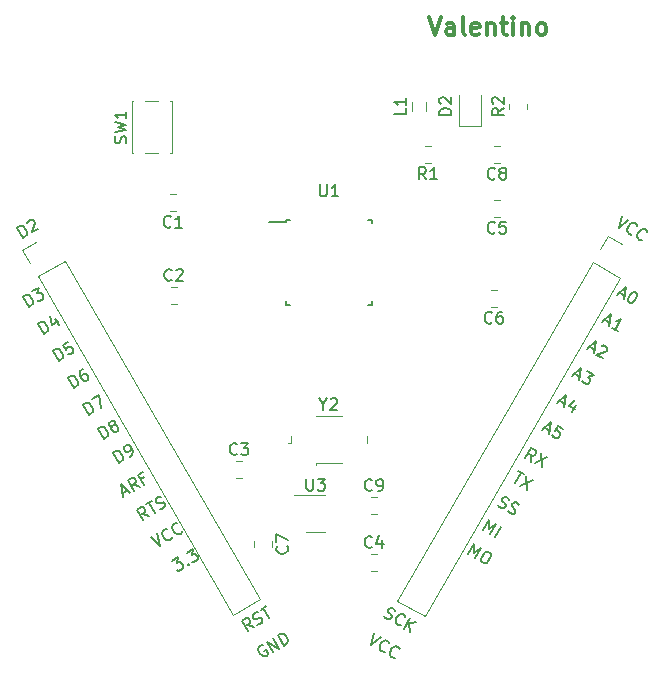
<source format=gto>
%TF.GenerationSoftware,KiCad,Pcbnew,7.0.9*%
%TF.CreationDate,2024-03-20T17:49:37+05:30*%
%TF.ProjectId,Valentino,56616c65-6e74-4696-9e6f-2e6b69636164,v01*%
%TF.SameCoordinates,Original*%
%TF.FileFunction,Legend,Top*%
%TF.FilePolarity,Positive*%
%FSLAX46Y46*%
G04 Gerber Fmt 4.6, Leading zero omitted, Abs format (unit mm)*
G04 Created by KiCad (PCBNEW 7.0.9) date 2024-03-20 17:49:37*
%MOMM*%
%LPD*%
G01*
G04 APERTURE LIST*
%ADD10C,0.200000*%
%ADD11C,0.300000*%
%ADD12C,0.120000*%
%ADD13C,0.150000*%
G04 APERTURE END LIST*
D10*
X156210818Y-119020390D02*
X155999494Y-120053083D01*
X155999494Y-120053083D02*
X156788169Y-119353724D01*
X157119335Y-120589652D02*
X157054286Y-120607081D01*
X157054286Y-120607081D02*
X156906758Y-120576892D01*
X156906758Y-120576892D02*
X156824280Y-120529273D01*
X156824280Y-120529273D02*
X156724371Y-120416605D01*
X156724371Y-120416605D02*
X156689512Y-120286508D01*
X156689512Y-120286508D02*
X156695892Y-120180219D01*
X156695892Y-120180219D02*
X156749890Y-119991453D01*
X156749890Y-119991453D02*
X156821319Y-119867735D01*
X156821319Y-119867735D02*
X156957796Y-119726587D01*
X156957796Y-119726587D02*
X157046655Y-119667918D01*
X157046655Y-119667918D02*
X157176752Y-119633058D01*
X157176752Y-119633058D02*
X157324280Y-119663248D01*
X157324280Y-119663248D02*
X157406758Y-119710867D01*
X157406758Y-119710867D02*
X157506667Y-119823535D01*
X157506667Y-119823535D02*
X157524097Y-119888583D01*
X157985360Y-121089652D02*
X157920311Y-121107081D01*
X157920311Y-121107081D02*
X157772784Y-121076892D01*
X157772784Y-121076892D02*
X157690305Y-121029273D01*
X157690305Y-121029273D02*
X157590397Y-120916605D01*
X157590397Y-120916605D02*
X157555537Y-120786508D01*
X157555537Y-120786508D02*
X157561917Y-120680219D01*
X157561917Y-120680219D02*
X157615916Y-120491453D01*
X157615916Y-120491453D02*
X157687344Y-120367735D01*
X157687344Y-120367735D02*
X157823822Y-120226587D01*
X157823822Y-120226587D02*
X157912680Y-120167918D01*
X157912680Y-120167918D02*
X158042778Y-120133058D01*
X158042778Y-120133058D02*
X158190305Y-120163248D01*
X158190305Y-120163248D02*
X158272784Y-120210867D01*
X158272784Y-120210867D02*
X158372692Y-120323535D01*
X158372692Y-120323535D02*
X158390122Y-120388583D01*
X157087107Y-117606796D02*
X157187015Y-117719463D01*
X157187015Y-117719463D02*
X157393212Y-117838511D01*
X157393212Y-117838511D02*
X157499500Y-117844891D01*
X157499500Y-117844891D02*
X157564548Y-117827461D01*
X157564548Y-117827461D02*
X157653407Y-117768792D01*
X157653407Y-117768792D02*
X157701026Y-117686313D01*
X157701026Y-117686313D02*
X157707406Y-117580025D01*
X157707406Y-117580025D02*
X157689976Y-117514976D01*
X157689976Y-117514976D02*
X157631307Y-117426118D01*
X157631307Y-117426118D02*
X157490159Y-117289641D01*
X157490159Y-117289641D02*
X157431490Y-117200782D01*
X157431490Y-117200782D02*
X157414060Y-117135733D01*
X157414060Y-117135733D02*
X157420440Y-117029445D01*
X157420440Y-117029445D02*
X157468059Y-116946967D01*
X157468059Y-116946967D02*
X157556917Y-116888298D01*
X157556917Y-116888298D02*
X157621966Y-116870868D01*
X157621966Y-116870868D02*
X157728254Y-116877248D01*
X157728254Y-116877248D02*
X157934451Y-116996295D01*
X157934451Y-116996295D02*
X158034359Y-117108963D01*
X158471813Y-118351271D02*
X158406764Y-118368700D01*
X158406764Y-118368700D02*
X158259237Y-118338511D01*
X158259237Y-118338511D02*
X158176758Y-118290892D01*
X158176758Y-118290892D02*
X158076850Y-118178224D01*
X158076850Y-118178224D02*
X158041990Y-118048127D01*
X158041990Y-118048127D02*
X158048370Y-117941838D01*
X158048370Y-117941838D02*
X158102369Y-117753072D01*
X158102369Y-117753072D02*
X158173798Y-117629354D01*
X158173798Y-117629354D02*
X158310275Y-117488206D01*
X158310275Y-117488206D02*
X158399133Y-117429537D01*
X158399133Y-117429537D02*
X158529231Y-117394677D01*
X158529231Y-117394677D02*
X158676758Y-117424867D01*
X158676758Y-117424867D02*
X158759237Y-117472486D01*
X158759237Y-117472486D02*
X158859145Y-117585154D01*
X158859145Y-117585154D02*
X158876575Y-117650202D01*
X158795348Y-118648035D02*
X159295348Y-117782010D01*
X159290220Y-118933749D02*
X159204780Y-118224592D01*
X159790220Y-118067724D02*
X159009634Y-118276881D01*
X164216536Y-112337844D02*
X164716536Y-111471819D01*
X164716536Y-111471819D02*
X164648069Y-112257075D01*
X164648069Y-112257075D02*
X165293887Y-111805152D01*
X165293887Y-111805152D02*
X164793887Y-112671178D01*
X165871237Y-112138486D02*
X166036194Y-112233724D01*
X166036194Y-112233724D02*
X166094863Y-112322582D01*
X166094863Y-112322582D02*
X166129723Y-112452680D01*
X166129723Y-112452680D02*
X166075724Y-112641446D01*
X166075724Y-112641446D02*
X165909057Y-112930122D01*
X165909057Y-112930122D02*
X165772580Y-113071269D01*
X165772580Y-113071269D02*
X165642482Y-113106129D01*
X165642482Y-113106129D02*
X165536194Y-113099749D01*
X165536194Y-113099749D02*
X165371237Y-113004511D01*
X165371237Y-113004511D02*
X165312568Y-112915653D01*
X165312568Y-112915653D02*
X165277708Y-112785555D01*
X165277708Y-112785555D02*
X165331707Y-112596788D01*
X165331707Y-112596788D02*
X165498374Y-112308113D01*
X165498374Y-112308113D02*
X165634851Y-112166965D01*
X165634851Y-112166965D02*
X165764949Y-112132106D01*
X165764949Y-112132106D02*
X165871237Y-112138486D01*
X165486536Y-110305844D02*
X165986536Y-109439819D01*
X165986536Y-109439819D02*
X165918069Y-110225075D01*
X165918069Y-110225075D02*
X166563887Y-109773152D01*
X166563887Y-109773152D02*
X166063887Y-110639178D01*
X166476280Y-110877273D02*
X166976280Y-110011248D01*
X166739107Y-108208796D02*
X166839015Y-108321463D01*
X166839015Y-108321463D02*
X167045212Y-108440511D01*
X167045212Y-108440511D02*
X167151500Y-108446891D01*
X167151500Y-108446891D02*
X167216548Y-108429461D01*
X167216548Y-108429461D02*
X167305407Y-108370792D01*
X167305407Y-108370792D02*
X167353026Y-108288313D01*
X167353026Y-108288313D02*
X167359406Y-108182025D01*
X167359406Y-108182025D02*
X167341976Y-108116976D01*
X167341976Y-108116976D02*
X167283307Y-108028118D01*
X167283307Y-108028118D02*
X167142159Y-107891641D01*
X167142159Y-107891641D02*
X167083490Y-107802782D01*
X167083490Y-107802782D02*
X167066060Y-107737733D01*
X167066060Y-107737733D02*
X167072440Y-107631445D01*
X167072440Y-107631445D02*
X167120059Y-107548967D01*
X167120059Y-107548967D02*
X167208917Y-107490298D01*
X167208917Y-107490298D02*
X167273966Y-107472868D01*
X167273966Y-107472868D02*
X167380254Y-107479248D01*
X167380254Y-107479248D02*
X167586451Y-107598295D01*
X167586451Y-107598295D02*
X167686359Y-107710963D01*
X167563893Y-108684986D02*
X167663801Y-108797654D01*
X167663801Y-108797654D02*
X167869998Y-108916702D01*
X167869998Y-108916702D02*
X167976286Y-108923081D01*
X167976286Y-108923081D02*
X168041335Y-108905652D01*
X168041335Y-108905652D02*
X168130193Y-108846982D01*
X168130193Y-108846982D02*
X168177812Y-108764504D01*
X168177812Y-108764504D02*
X168184192Y-108658216D01*
X168184192Y-108658216D02*
X168166762Y-108593167D01*
X168166762Y-108593167D02*
X168108093Y-108504309D01*
X168108093Y-108504309D02*
X167966945Y-108367831D01*
X167966945Y-108367831D02*
X167908276Y-108278973D01*
X167908276Y-108278973D02*
X167890846Y-108213924D01*
X167890846Y-108213924D02*
X167897226Y-108107636D01*
X167897226Y-108107636D02*
X167944845Y-108025157D01*
X167944845Y-108025157D02*
X168033703Y-107966488D01*
X168033703Y-107966488D02*
X168098752Y-107949058D01*
X168098752Y-107949058D02*
X168205040Y-107955438D01*
X168205040Y-107955438D02*
X168411237Y-108074486D01*
X168411237Y-108074486D02*
X168511145Y-108187154D01*
X168402818Y-105304390D02*
X168897690Y-105590105D01*
X168150254Y-106313273D02*
X168650254Y-105447248D01*
X169103887Y-105709152D02*
X169181237Y-106908511D01*
X169681237Y-106042486D02*
X168603887Y-106575178D01*
X169537408Y-104495559D02*
X169486828Y-103916499D01*
X169042536Y-104209844D02*
X169542536Y-103343819D01*
X169542536Y-103343819D02*
X169872451Y-103534295D01*
X169872451Y-103534295D02*
X169931120Y-103623154D01*
X169931120Y-103623154D02*
X169948550Y-103688202D01*
X169948550Y-103688202D02*
X169942170Y-103794491D01*
X169942170Y-103794491D02*
X169870741Y-103918208D01*
X169870741Y-103918208D02*
X169781883Y-103976878D01*
X169781883Y-103976878D02*
X169716834Y-103994307D01*
X169716834Y-103994307D02*
X169610546Y-103987928D01*
X169610546Y-103987928D02*
X169280632Y-103797451D01*
X170326083Y-103796200D02*
X170403433Y-104995559D01*
X170903433Y-104129533D02*
X169826083Y-104662225D01*
X170668154Y-101652599D02*
X171080547Y-101890694D01*
X170442818Y-101852416D02*
X171231494Y-101153057D01*
X171231494Y-101153057D02*
X171020169Y-102185749D01*
X172221237Y-101724486D02*
X171808844Y-101486391D01*
X171808844Y-101486391D02*
X171529509Y-101874974D01*
X171529509Y-101874974D02*
X171594558Y-101857544D01*
X171594558Y-101857544D02*
X171700846Y-101863924D01*
X171700846Y-101863924D02*
X171907043Y-101982972D01*
X171907043Y-101982972D02*
X171965712Y-102071830D01*
X171965712Y-102071830D02*
X171983142Y-102136879D01*
X171983142Y-102136879D02*
X171976762Y-102243167D01*
X171976762Y-102243167D02*
X171857714Y-102449363D01*
X171857714Y-102449363D02*
X171768856Y-102508033D01*
X171768856Y-102508033D02*
X171703807Y-102525462D01*
X171703807Y-102525462D02*
X171597519Y-102519083D01*
X171597519Y-102519083D02*
X171391323Y-102400035D01*
X171391323Y-102400035D02*
X171332654Y-102311177D01*
X171332654Y-102311177D02*
X171315224Y-102246128D01*
X171938154Y-99366599D02*
X172350547Y-99604694D01*
X171712818Y-99566416D02*
X172501494Y-98867057D01*
X172501494Y-98867057D02*
X172290169Y-99899749D01*
X173283331Y-99703351D02*
X172949998Y-100280702D01*
X173267611Y-99254389D02*
X172704271Y-99753931D01*
X172704271Y-99753931D02*
X173240382Y-100063455D01*
X173208154Y-97080599D02*
X173620547Y-97318694D01*
X172982818Y-97280416D02*
X173771494Y-96581057D01*
X173771494Y-96581057D02*
X173560169Y-97613749D01*
X174266365Y-96866771D02*
X174802476Y-97176295D01*
X174802476Y-97176295D02*
X174323325Y-97339543D01*
X174323325Y-97339543D02*
X174447043Y-97410972D01*
X174447043Y-97410972D02*
X174505712Y-97499830D01*
X174505712Y-97499830D02*
X174523142Y-97564879D01*
X174523142Y-97564879D02*
X174516762Y-97671167D01*
X174516762Y-97671167D02*
X174397714Y-97877363D01*
X174397714Y-97877363D02*
X174308856Y-97936033D01*
X174308856Y-97936033D02*
X174243807Y-97953462D01*
X174243807Y-97953462D02*
X174137519Y-97947083D01*
X174137519Y-97947083D02*
X173890083Y-97804225D01*
X173890083Y-97804225D02*
X173831414Y-97715367D01*
X173831414Y-97715367D02*
X173813984Y-97650318D01*
X174478154Y-94794599D02*
X174890547Y-95032694D01*
X174252818Y-94994416D02*
X175041494Y-94295057D01*
X175041494Y-94295057D02*
X174830169Y-95327749D01*
X175529986Y-94687060D02*
X175595034Y-94669630D01*
X175595034Y-94669630D02*
X175701323Y-94676010D01*
X175701323Y-94676010D02*
X175907519Y-94795057D01*
X175907519Y-94795057D02*
X175966188Y-94883916D01*
X175966188Y-94883916D02*
X175983618Y-94948964D01*
X175983618Y-94948964D02*
X175977238Y-95055253D01*
X175977238Y-95055253D02*
X175929619Y-95137731D01*
X175929619Y-95137731D02*
X175816951Y-95237640D01*
X175816951Y-95237640D02*
X175036365Y-95446797D01*
X175036365Y-95446797D02*
X175572476Y-95756321D01*
X175748154Y-92508599D02*
X176160547Y-92746694D01*
X175522818Y-92708416D02*
X176311494Y-92009057D01*
X176311494Y-92009057D02*
X176100169Y-93041749D01*
X176842476Y-93470321D02*
X176347605Y-93184606D01*
X176595041Y-93327464D02*
X177095041Y-92461438D01*
X177095041Y-92461438D02*
X176941133Y-92537537D01*
X176941133Y-92537537D02*
X176811036Y-92572397D01*
X176811036Y-92572397D02*
X176704748Y-92566017D01*
X177018154Y-90222599D02*
X177430547Y-90460694D01*
X176792818Y-90422416D02*
X177581494Y-89723057D01*
X177581494Y-89723057D02*
X177370169Y-90755749D01*
X178323801Y-90151629D02*
X178406280Y-90199248D01*
X178406280Y-90199248D02*
X178464949Y-90288106D01*
X178464949Y-90288106D02*
X178482379Y-90353155D01*
X178482379Y-90353155D02*
X178475999Y-90459443D01*
X178475999Y-90459443D02*
X178422000Y-90648210D01*
X178422000Y-90648210D02*
X178302953Y-90854406D01*
X178302953Y-90854406D02*
X178166475Y-90995554D01*
X178166475Y-90995554D02*
X178077617Y-91054223D01*
X178077617Y-91054223D02*
X178012568Y-91071653D01*
X178012568Y-91071653D02*
X177906280Y-91065273D01*
X177906280Y-91065273D02*
X177823801Y-91017654D01*
X177823801Y-91017654D02*
X177765132Y-90928796D01*
X177765132Y-90928796D02*
X177747702Y-90863747D01*
X177747702Y-90863747D02*
X177754082Y-90757459D01*
X177754082Y-90757459D02*
X177808081Y-90568692D01*
X177808081Y-90568692D02*
X177927129Y-90362495D01*
X177927129Y-90362495D02*
X178063606Y-90221348D01*
X178063606Y-90221348D02*
X178152464Y-90162679D01*
X178152464Y-90162679D02*
X178217513Y-90145249D01*
X178217513Y-90145249D02*
X178323801Y-90151629D01*
X129539755Y-95966171D02*
X129039755Y-95100146D01*
X129039755Y-95100146D02*
X129245952Y-94981098D01*
X129245952Y-94981098D02*
X129393479Y-94950909D01*
X129393479Y-94950909D02*
X129523577Y-94985768D01*
X129523577Y-94985768D02*
X129612435Y-95044438D01*
X129612435Y-95044438D02*
X129748913Y-95185585D01*
X129748913Y-95185585D02*
X129820341Y-95309303D01*
X129820341Y-95309303D02*
X129874340Y-95498070D01*
X129874340Y-95498070D02*
X129880720Y-95604358D01*
X129880720Y-95604358D02*
X129845860Y-95734456D01*
X129845860Y-95734456D02*
X129745952Y-95847124D01*
X129745952Y-95847124D02*
X129539755Y-95966171D01*
X130318174Y-94362051D02*
X129905781Y-94600146D01*
X129905781Y-94600146D02*
X130102637Y-95036348D01*
X130102637Y-95036348D02*
X130120067Y-94971300D01*
X130120067Y-94971300D02*
X130178736Y-94882441D01*
X130178736Y-94882441D02*
X130384932Y-94763394D01*
X130384932Y-94763394D02*
X130491220Y-94757014D01*
X130491220Y-94757014D02*
X130556269Y-94774444D01*
X130556269Y-94774444D02*
X130645127Y-94833113D01*
X130645127Y-94833113D02*
X130764175Y-95039309D01*
X130764175Y-95039309D02*
X130770555Y-95145597D01*
X130770555Y-95145597D02*
X130753125Y-95210646D01*
X130753125Y-95210646D02*
X130694456Y-95299505D01*
X130694456Y-95299505D02*
X130488259Y-95418552D01*
X130488259Y-95418552D02*
X130381971Y-95424932D01*
X130381971Y-95424932D02*
X130316922Y-95407502D01*
X139117277Y-112927765D02*
X139653388Y-112618241D01*
X139653388Y-112618241D02*
X139555189Y-113114822D01*
X139555189Y-113114822D02*
X139678907Y-113043394D01*
X139678907Y-113043394D02*
X139785195Y-113037014D01*
X139785195Y-113037014D02*
X139850244Y-113054444D01*
X139850244Y-113054444D02*
X139939102Y-113113113D01*
X139939102Y-113113113D02*
X140058150Y-113319309D01*
X140058150Y-113319309D02*
X140064529Y-113425597D01*
X140064529Y-113425597D02*
X140047100Y-113490646D01*
X140047100Y-113490646D02*
X139988431Y-113579505D01*
X139988431Y-113579505D02*
X139740995Y-113722362D01*
X139740995Y-113722362D02*
X139634707Y-113728741D01*
X139634707Y-113728741D02*
X139569658Y-113711312D01*
X140476923Y-113187502D02*
X140541971Y-113204932D01*
X140541971Y-113204932D02*
X140524542Y-113269981D01*
X140524542Y-113269981D02*
X140459493Y-113252551D01*
X140459493Y-113252551D02*
X140476923Y-113187502D01*
X140476923Y-113187502D02*
X140524542Y-113269981D01*
X140354456Y-112213479D02*
X140890567Y-111903956D01*
X140890567Y-111903956D02*
X140792368Y-112400537D01*
X140792368Y-112400537D02*
X140916086Y-112329108D01*
X140916086Y-112329108D02*
X141022374Y-112322728D01*
X141022374Y-112322728D02*
X141087423Y-112340158D01*
X141087423Y-112340158D02*
X141176281Y-112398827D01*
X141176281Y-112398827D02*
X141295328Y-112605024D01*
X141295328Y-112605024D02*
X141301708Y-112711312D01*
X141301708Y-112711312D02*
X141284278Y-112776361D01*
X141284278Y-112776361D02*
X141225609Y-112865219D01*
X141225609Y-112865219D02*
X140978174Y-113008076D01*
X140978174Y-113008076D02*
X140871885Y-113014456D01*
X140871885Y-113014456D02*
X140806837Y-112997026D01*
X137298038Y-110919574D02*
X138086713Y-111618933D01*
X138086713Y-111618933D02*
X137875388Y-110586241D01*
X139111316Y-110917407D02*
X139093886Y-110982456D01*
X139093886Y-110982456D02*
X138993977Y-111095124D01*
X138993977Y-111095124D02*
X138911499Y-111142743D01*
X138911499Y-111142743D02*
X138763971Y-111172932D01*
X138763971Y-111172932D02*
X138633874Y-111138072D01*
X138633874Y-111138072D02*
X138545015Y-111079403D01*
X138545015Y-111079403D02*
X138408538Y-110938255D01*
X138408538Y-110938255D02*
X138337109Y-110814538D01*
X138337109Y-110814538D02*
X138283111Y-110625771D01*
X138283111Y-110625771D02*
X138276731Y-110519483D01*
X138276731Y-110519483D02*
X138311590Y-110389385D01*
X138311590Y-110389385D02*
X138411499Y-110276717D01*
X138411499Y-110276717D02*
X138493977Y-110229098D01*
X138493977Y-110229098D02*
X138641505Y-110198909D01*
X138641505Y-110198909D02*
X138706554Y-110216339D01*
X139977341Y-110417407D02*
X139959911Y-110482456D01*
X139959911Y-110482456D02*
X139860003Y-110595124D01*
X139860003Y-110595124D02*
X139777524Y-110642743D01*
X139777524Y-110642743D02*
X139629997Y-110672932D01*
X139629997Y-110672932D02*
X139499899Y-110638072D01*
X139499899Y-110638072D02*
X139411041Y-110579403D01*
X139411041Y-110579403D02*
X139274563Y-110438255D01*
X139274563Y-110438255D02*
X139203135Y-110314538D01*
X139203135Y-110314538D02*
X139149136Y-110125771D01*
X139149136Y-110125771D02*
X139142756Y-110019483D01*
X139142756Y-110019483D02*
X139177616Y-109889385D01*
X139177616Y-109889385D02*
X139277524Y-109776717D01*
X139277524Y-109776717D02*
X139360003Y-109729098D01*
X139360003Y-109729098D02*
X139507530Y-109698909D01*
X139507530Y-109698909D02*
X139572579Y-109716339D01*
X126999755Y-91394171D02*
X126499755Y-90528146D01*
X126499755Y-90528146D02*
X126705952Y-90409098D01*
X126705952Y-90409098D02*
X126853479Y-90378909D01*
X126853479Y-90378909D02*
X126983577Y-90413768D01*
X126983577Y-90413768D02*
X127072435Y-90472438D01*
X127072435Y-90472438D02*
X127208913Y-90613585D01*
X127208913Y-90613585D02*
X127280341Y-90737303D01*
X127280341Y-90737303D02*
X127334340Y-90926070D01*
X127334340Y-90926070D02*
X127340720Y-91032358D01*
X127340720Y-91032358D02*
X127305860Y-91162456D01*
X127305860Y-91162456D02*
X127205952Y-91275124D01*
X127205952Y-91275124D02*
X126999755Y-91394171D01*
X127283302Y-90075765D02*
X127819413Y-89766241D01*
X127819413Y-89766241D02*
X127721214Y-90262822D01*
X127721214Y-90262822D02*
X127844932Y-90191394D01*
X127844932Y-90191394D02*
X127951220Y-90185014D01*
X127951220Y-90185014D02*
X128016269Y-90202444D01*
X128016269Y-90202444D02*
X128105127Y-90261113D01*
X128105127Y-90261113D02*
X128224175Y-90467309D01*
X128224175Y-90467309D02*
X128230555Y-90573597D01*
X128230555Y-90573597D02*
X128213125Y-90638646D01*
X128213125Y-90638646D02*
X128154456Y-90727505D01*
X128154456Y-90727505D02*
X127907020Y-90870362D01*
X127907020Y-90870362D02*
X127800732Y-90876741D01*
X127800732Y-90876741D02*
X127735683Y-90859312D01*
X146036627Y-118540457D02*
X145509857Y-118294731D01*
X145541755Y-118826171D02*
X145041755Y-117960146D01*
X145041755Y-117960146D02*
X145371670Y-117769670D01*
X145371670Y-117769670D02*
X145477958Y-117763290D01*
X145477958Y-117763290D02*
X145543007Y-117780720D01*
X145543007Y-117780720D02*
X145631865Y-117839389D01*
X145631865Y-117839389D02*
X145703294Y-117963107D01*
X145703294Y-117963107D02*
X145709674Y-118069395D01*
X145709674Y-118069395D02*
X145692244Y-118134444D01*
X145692244Y-118134444D02*
X145633575Y-118223302D01*
X145633575Y-118223302D02*
X145303660Y-118413778D01*
X146342732Y-118308741D02*
X146490259Y-118278552D01*
X146490259Y-118278552D02*
X146696456Y-118159505D01*
X146696456Y-118159505D02*
X146755125Y-118070646D01*
X146755125Y-118070646D02*
X146772555Y-118005597D01*
X146772555Y-118005597D02*
X146766175Y-117899309D01*
X146766175Y-117899309D02*
X146718556Y-117816831D01*
X146718556Y-117816831D02*
X146629698Y-117758162D01*
X146629698Y-117758162D02*
X146564649Y-117740732D01*
X146564649Y-117740732D02*
X146458361Y-117747111D01*
X146458361Y-117747111D02*
X146269594Y-117801110D01*
X146269594Y-117801110D02*
X146163306Y-117807490D01*
X146163306Y-117807490D02*
X146098257Y-117790060D01*
X146098257Y-117790060D02*
X146009399Y-117731391D01*
X146009399Y-117731391D02*
X145961780Y-117648913D01*
X145961780Y-117648913D02*
X145955400Y-117542624D01*
X145955400Y-117542624D02*
X145972830Y-117477576D01*
X145972830Y-117477576D02*
X146031499Y-117388717D01*
X146031499Y-117388717D02*
X146237695Y-117269670D01*
X146237695Y-117269670D02*
X146385223Y-117239480D01*
X146608849Y-117055384D02*
X147103721Y-116769670D01*
X147356285Y-117778552D02*
X146856285Y-116912527D01*
X130809755Y-98252171D02*
X130309755Y-97386146D01*
X130309755Y-97386146D02*
X130515952Y-97267098D01*
X130515952Y-97267098D02*
X130663479Y-97236909D01*
X130663479Y-97236909D02*
X130793577Y-97271768D01*
X130793577Y-97271768D02*
X130882435Y-97330438D01*
X130882435Y-97330438D02*
X131018913Y-97471585D01*
X131018913Y-97471585D02*
X131090341Y-97595303D01*
X131090341Y-97595303D02*
X131144340Y-97784070D01*
X131144340Y-97784070D02*
X131150720Y-97890358D01*
X131150720Y-97890358D02*
X131115860Y-98020456D01*
X131115860Y-98020456D02*
X131015952Y-98133124D01*
X131015952Y-98133124D02*
X130809755Y-98252171D01*
X131546935Y-96671860D02*
X131381977Y-96767098D01*
X131381977Y-96767098D02*
X131323308Y-96855957D01*
X131323308Y-96855957D02*
X131305879Y-96921005D01*
X131305879Y-96921005D02*
X131294828Y-97092342D01*
X131294828Y-97092342D02*
X131348827Y-97281109D01*
X131348827Y-97281109D02*
X131539303Y-97611024D01*
X131539303Y-97611024D02*
X131628162Y-97669693D01*
X131628162Y-97669693D02*
X131693211Y-97687122D01*
X131693211Y-97687122D02*
X131799499Y-97680743D01*
X131799499Y-97680743D02*
X131964456Y-97585505D01*
X131964456Y-97585505D02*
X132023125Y-97496646D01*
X132023125Y-97496646D02*
X132040555Y-97431597D01*
X132040555Y-97431597D02*
X132034175Y-97325309D01*
X132034175Y-97325309D02*
X131915127Y-97119113D01*
X131915127Y-97119113D02*
X131826269Y-97060444D01*
X131826269Y-97060444D02*
X131761220Y-97043014D01*
X131761220Y-97043014D02*
X131654932Y-97049394D01*
X131654932Y-97049394D02*
X131489975Y-97144632D01*
X131489975Y-97144632D02*
X131431306Y-97233490D01*
X131431306Y-97233490D02*
X131413876Y-97298539D01*
X131413876Y-97298539D02*
X131420256Y-97404827D01*
X126491755Y-85552171D02*
X125991755Y-84686146D01*
X125991755Y-84686146D02*
X126197952Y-84567098D01*
X126197952Y-84567098D02*
X126345479Y-84536909D01*
X126345479Y-84536909D02*
X126475577Y-84571768D01*
X126475577Y-84571768D02*
X126564435Y-84630438D01*
X126564435Y-84630438D02*
X126700913Y-84771585D01*
X126700913Y-84771585D02*
X126772341Y-84895303D01*
X126772341Y-84895303D02*
X126826340Y-85084070D01*
X126826340Y-85084070D02*
X126832720Y-85190358D01*
X126832720Y-85190358D02*
X126797860Y-85320456D01*
X126797860Y-85320456D02*
X126697952Y-85433124D01*
X126697952Y-85433124D02*
X126491755Y-85552171D01*
X126864161Y-84292434D02*
X126881590Y-84227385D01*
X126881590Y-84227385D02*
X126940259Y-84138527D01*
X126940259Y-84138527D02*
X127146456Y-84019479D01*
X127146456Y-84019479D02*
X127252744Y-84013099D01*
X127252744Y-84013099D02*
X127317793Y-84030529D01*
X127317793Y-84030529D02*
X127406651Y-84089198D01*
X127406651Y-84089198D02*
X127454270Y-84171677D01*
X127454270Y-84171677D02*
X127484460Y-84319204D01*
X127484460Y-84319204D02*
X127275302Y-85099790D01*
X127275302Y-85099790D02*
X127811413Y-84790266D01*
X133349755Y-102570171D02*
X132849755Y-101704146D01*
X132849755Y-101704146D02*
X133055952Y-101585098D01*
X133055952Y-101585098D02*
X133203479Y-101554909D01*
X133203479Y-101554909D02*
X133333577Y-101589768D01*
X133333577Y-101589768D02*
X133422435Y-101648438D01*
X133422435Y-101648438D02*
X133558913Y-101789585D01*
X133558913Y-101789585D02*
X133630341Y-101913303D01*
X133630341Y-101913303D02*
X133684340Y-102102070D01*
X133684340Y-102102070D02*
X133690720Y-102208358D01*
X133690720Y-102208358D02*
X133655860Y-102338456D01*
X133655860Y-102338456D02*
X133555952Y-102451124D01*
X133555952Y-102451124D02*
X133349755Y-102570171D01*
X134053784Y-101503871D02*
X133947496Y-101510251D01*
X133947496Y-101510251D02*
X133882448Y-101492821D01*
X133882448Y-101492821D02*
X133793589Y-101434152D01*
X133793589Y-101434152D02*
X133769780Y-101392913D01*
X133769780Y-101392913D02*
X133763400Y-101286624D01*
X133763400Y-101286624D02*
X133780830Y-101221576D01*
X133780830Y-101221576D02*
X133839499Y-101132717D01*
X133839499Y-101132717D02*
X134004456Y-101037479D01*
X134004456Y-101037479D02*
X134110744Y-101031099D01*
X134110744Y-101031099D02*
X134175793Y-101048529D01*
X134175793Y-101048529D02*
X134264651Y-101107198D01*
X134264651Y-101107198D02*
X134288461Y-101148438D01*
X134288461Y-101148438D02*
X134294841Y-101254726D01*
X134294841Y-101254726D02*
X134277411Y-101319775D01*
X134277411Y-101319775D02*
X134218742Y-101408633D01*
X134218742Y-101408633D02*
X134053784Y-101503871D01*
X134053784Y-101503871D02*
X133995115Y-101592729D01*
X133995115Y-101592729D02*
X133977686Y-101657778D01*
X133977686Y-101657778D02*
X133984065Y-101764066D01*
X133984065Y-101764066D02*
X134079303Y-101929024D01*
X134079303Y-101929024D02*
X134168162Y-101987693D01*
X134168162Y-101987693D02*
X134233211Y-102005122D01*
X134233211Y-102005122D02*
X134339499Y-101998743D01*
X134339499Y-101998743D02*
X134504456Y-101903505D01*
X134504456Y-101903505D02*
X134563125Y-101814646D01*
X134563125Y-101814646D02*
X134580555Y-101749597D01*
X134580555Y-101749597D02*
X134574175Y-101643309D01*
X134574175Y-101643309D02*
X134478937Y-101478352D01*
X134478937Y-101478352D02*
X134390079Y-101419683D01*
X134390079Y-101419683D02*
X134325030Y-101402253D01*
X134325030Y-101402253D02*
X134218742Y-101408633D01*
X146789197Y-120025480D02*
X146682909Y-120031860D01*
X146682909Y-120031860D02*
X146559191Y-120103289D01*
X146559191Y-120103289D02*
X146459283Y-120215957D01*
X146459283Y-120215957D02*
X146424423Y-120346054D01*
X146424423Y-120346054D02*
X146430803Y-120452342D01*
X146430803Y-120452342D02*
X146484802Y-120641109D01*
X146484802Y-120641109D02*
X146556230Y-120764827D01*
X146556230Y-120764827D02*
X146692708Y-120905975D01*
X146692708Y-120905975D02*
X146781566Y-120964644D01*
X146781566Y-120964644D02*
X146911664Y-120999503D01*
X146911664Y-120999503D02*
X147059191Y-120969314D01*
X147059191Y-120969314D02*
X147141670Y-120921695D01*
X147141670Y-120921695D02*
X147241578Y-120809027D01*
X147241578Y-120809027D02*
X147259008Y-120743978D01*
X147259008Y-120743978D02*
X147092341Y-120455303D01*
X147092341Y-120455303D02*
X146927384Y-120550541D01*
X147677781Y-120612171D02*
X147177781Y-119746146D01*
X147177781Y-119746146D02*
X148172653Y-120326457D01*
X148172653Y-120326457D02*
X147672653Y-119460432D01*
X148585046Y-120088362D02*
X148085046Y-119222336D01*
X148085046Y-119222336D02*
X148291242Y-119103289D01*
X148291242Y-119103289D02*
X148438769Y-119073099D01*
X148438769Y-119073099D02*
X148568867Y-119107959D01*
X148568867Y-119107959D02*
X148657725Y-119166628D01*
X148657725Y-119166628D02*
X148794203Y-119307776D01*
X148794203Y-119307776D02*
X148865631Y-119431494D01*
X148865631Y-119431494D02*
X148919630Y-119620260D01*
X148919630Y-119620260D02*
X148926010Y-119726549D01*
X148926010Y-119726549D02*
X148891150Y-119856646D01*
X148891150Y-119856646D02*
X148791242Y-119969314D01*
X148791242Y-119969314D02*
X148585046Y-120088362D01*
X132079755Y-100538171D02*
X131579755Y-99672146D01*
X131579755Y-99672146D02*
X131785952Y-99553098D01*
X131785952Y-99553098D02*
X131933479Y-99522909D01*
X131933479Y-99522909D02*
X132063577Y-99557768D01*
X132063577Y-99557768D02*
X132152435Y-99616438D01*
X132152435Y-99616438D02*
X132288913Y-99757585D01*
X132288913Y-99757585D02*
X132360341Y-99881303D01*
X132360341Y-99881303D02*
X132414340Y-100070070D01*
X132414340Y-100070070D02*
X132420720Y-100176358D01*
X132420720Y-100176358D02*
X132385860Y-100306456D01*
X132385860Y-100306456D02*
X132285952Y-100419124D01*
X132285952Y-100419124D02*
X132079755Y-100538171D01*
X132363302Y-99219765D02*
X132940653Y-98886432D01*
X132940653Y-98886432D02*
X133069499Y-99966743D01*
X137146627Y-109142457D02*
X136619857Y-108896731D01*
X136651755Y-109428171D02*
X136151755Y-108562146D01*
X136151755Y-108562146D02*
X136481670Y-108371670D01*
X136481670Y-108371670D02*
X136587958Y-108365290D01*
X136587958Y-108365290D02*
X136653007Y-108382720D01*
X136653007Y-108382720D02*
X136741865Y-108441389D01*
X136741865Y-108441389D02*
X136813294Y-108565107D01*
X136813294Y-108565107D02*
X136819674Y-108671395D01*
X136819674Y-108671395D02*
X136802244Y-108736444D01*
X136802244Y-108736444D02*
X136743575Y-108825302D01*
X136743575Y-108825302D02*
X136413660Y-109015778D01*
X136894063Y-108133574D02*
X137388935Y-107847860D01*
X137641499Y-108856743D02*
X137141499Y-107990717D01*
X138112561Y-108529789D02*
X138260089Y-108499600D01*
X138260089Y-108499600D02*
X138466285Y-108380552D01*
X138466285Y-108380552D02*
X138524954Y-108291694D01*
X138524954Y-108291694D02*
X138542384Y-108226645D01*
X138542384Y-108226645D02*
X138536004Y-108120357D01*
X138536004Y-108120357D02*
X138488385Y-108037878D01*
X138488385Y-108037878D02*
X138399527Y-107979209D01*
X138399527Y-107979209D02*
X138334478Y-107961779D01*
X138334478Y-107961779D02*
X138228190Y-107968159D01*
X138228190Y-107968159D02*
X138039423Y-108022158D01*
X138039423Y-108022158D02*
X137933135Y-108028538D01*
X137933135Y-108028538D02*
X137868086Y-108011108D01*
X137868086Y-108011108D02*
X137779228Y-107952439D01*
X137779228Y-107952439D02*
X137731609Y-107869960D01*
X137731609Y-107869960D02*
X137725229Y-107763672D01*
X137725229Y-107763672D02*
X137742659Y-107698623D01*
X137742659Y-107698623D02*
X137801328Y-107609765D01*
X137801328Y-107609765D02*
X138007524Y-107490717D01*
X138007524Y-107490717D02*
X138155052Y-107460528D01*
X134943659Y-107172545D02*
X135356052Y-106934450D01*
X135004038Y-107467600D02*
X134792713Y-106434908D01*
X134792713Y-106434908D02*
X135581388Y-107134266D01*
X136364935Y-106681885D02*
X135838164Y-106436159D01*
X135870063Y-106967600D02*
X135370063Y-106101574D01*
X135370063Y-106101574D02*
X135699977Y-105911098D01*
X135699977Y-105911098D02*
X135806266Y-105904718D01*
X135806266Y-105904718D02*
X135871314Y-105922148D01*
X135871314Y-105922148D02*
X135960173Y-105980817D01*
X135960173Y-105980817D02*
X136031601Y-106104535D01*
X136031601Y-106104535D02*
X136037981Y-106210823D01*
X136037981Y-106210823D02*
X136020551Y-106275872D01*
X136020551Y-106275872D02*
X135961882Y-106364730D01*
X135961882Y-106364730D02*
X135631968Y-106555207D01*
X136762859Y-105847301D02*
X136474184Y-106013967D01*
X136736088Y-106467600D02*
X136236088Y-105601574D01*
X136236088Y-105601574D02*
X136648482Y-105363479D01*
X134619755Y-104602171D02*
X134119755Y-103736146D01*
X134119755Y-103736146D02*
X134325952Y-103617098D01*
X134325952Y-103617098D02*
X134473479Y-103586909D01*
X134473479Y-103586909D02*
X134603577Y-103621768D01*
X134603577Y-103621768D02*
X134692435Y-103680438D01*
X134692435Y-103680438D02*
X134828913Y-103821585D01*
X134828913Y-103821585D02*
X134900341Y-103945303D01*
X134900341Y-103945303D02*
X134954340Y-104134070D01*
X134954340Y-104134070D02*
X134960720Y-104240358D01*
X134960720Y-104240358D02*
X134925860Y-104370456D01*
X134925860Y-104370456D02*
X134825952Y-104483124D01*
X134825952Y-104483124D02*
X134619755Y-104602171D01*
X135527020Y-104078362D02*
X135691977Y-103983124D01*
X135691977Y-103983124D02*
X135750646Y-103894265D01*
X135750646Y-103894265D02*
X135768076Y-103829216D01*
X135768076Y-103829216D02*
X135779126Y-103657879D01*
X135779126Y-103657879D02*
X135725127Y-103469113D01*
X135725127Y-103469113D02*
X135534651Y-103139198D01*
X135534651Y-103139198D02*
X135445793Y-103080529D01*
X135445793Y-103080529D02*
X135380744Y-103063099D01*
X135380744Y-103063099D02*
X135274456Y-103069479D01*
X135274456Y-103069479D02*
X135109499Y-103164717D01*
X135109499Y-103164717D02*
X135050830Y-103253576D01*
X135050830Y-103253576D02*
X135033400Y-103318624D01*
X135033400Y-103318624D02*
X135039780Y-103424913D01*
X135039780Y-103424913D02*
X135158827Y-103631109D01*
X135158827Y-103631109D02*
X135247686Y-103689778D01*
X135247686Y-103689778D02*
X135312734Y-103707208D01*
X135312734Y-103707208D02*
X135419023Y-103700828D01*
X135419023Y-103700828D02*
X135583980Y-103605590D01*
X135583980Y-103605590D02*
X135642649Y-103516732D01*
X135642649Y-103516732D02*
X135660079Y-103451683D01*
X135660079Y-103451683D02*
X135653699Y-103345395D01*
X128269755Y-93680171D02*
X127769755Y-92814146D01*
X127769755Y-92814146D02*
X127975952Y-92695098D01*
X127975952Y-92695098D02*
X128123479Y-92664909D01*
X128123479Y-92664909D02*
X128253577Y-92699768D01*
X128253577Y-92699768D02*
X128342435Y-92758438D01*
X128342435Y-92758438D02*
X128478913Y-92899585D01*
X128478913Y-92899585D02*
X128550341Y-93023303D01*
X128550341Y-93023303D02*
X128604340Y-93212070D01*
X128604340Y-93212070D02*
X128610720Y-93318358D01*
X128610720Y-93318358D02*
X128575860Y-93448456D01*
X128575860Y-93448456D02*
X128475952Y-93561124D01*
X128475952Y-93561124D02*
X128269755Y-93680171D01*
X129173601Y-92388535D02*
X129506935Y-92965885D01*
X128776929Y-92177668D02*
X128927875Y-92915306D01*
X128927875Y-92915306D02*
X129463986Y-92605782D01*
D11*
X160868225Y-66880828D02*
X161368225Y-68380828D01*
X161368225Y-68380828D02*
X161868225Y-66880828D01*
X163011082Y-68380828D02*
X163011082Y-67595114D01*
X163011082Y-67595114D02*
X162939653Y-67452257D01*
X162939653Y-67452257D02*
X162796796Y-67380828D01*
X162796796Y-67380828D02*
X162511082Y-67380828D01*
X162511082Y-67380828D02*
X162368224Y-67452257D01*
X163011082Y-68309400D02*
X162868224Y-68380828D01*
X162868224Y-68380828D02*
X162511082Y-68380828D01*
X162511082Y-68380828D02*
X162368224Y-68309400D01*
X162368224Y-68309400D02*
X162296796Y-68166542D01*
X162296796Y-68166542D02*
X162296796Y-68023685D01*
X162296796Y-68023685D02*
X162368224Y-67880828D01*
X162368224Y-67880828D02*
X162511082Y-67809400D01*
X162511082Y-67809400D02*
X162868224Y-67809400D01*
X162868224Y-67809400D02*
X163011082Y-67737971D01*
X163939653Y-68380828D02*
X163796796Y-68309400D01*
X163796796Y-68309400D02*
X163725367Y-68166542D01*
X163725367Y-68166542D02*
X163725367Y-66880828D01*
X165082510Y-68309400D02*
X164939653Y-68380828D01*
X164939653Y-68380828D02*
X164653939Y-68380828D01*
X164653939Y-68380828D02*
X164511081Y-68309400D01*
X164511081Y-68309400D02*
X164439653Y-68166542D01*
X164439653Y-68166542D02*
X164439653Y-67595114D01*
X164439653Y-67595114D02*
X164511081Y-67452257D01*
X164511081Y-67452257D02*
X164653939Y-67380828D01*
X164653939Y-67380828D02*
X164939653Y-67380828D01*
X164939653Y-67380828D02*
X165082510Y-67452257D01*
X165082510Y-67452257D02*
X165153939Y-67595114D01*
X165153939Y-67595114D02*
X165153939Y-67737971D01*
X165153939Y-67737971D02*
X164439653Y-67880828D01*
X165796795Y-67380828D02*
X165796795Y-68380828D01*
X165796795Y-67523685D02*
X165868224Y-67452257D01*
X165868224Y-67452257D02*
X166011081Y-67380828D01*
X166011081Y-67380828D02*
X166225367Y-67380828D01*
X166225367Y-67380828D02*
X166368224Y-67452257D01*
X166368224Y-67452257D02*
X166439653Y-67595114D01*
X166439653Y-67595114D02*
X166439653Y-68380828D01*
X166939653Y-67380828D02*
X167511081Y-67380828D01*
X167153938Y-66880828D02*
X167153938Y-68166542D01*
X167153938Y-68166542D02*
X167225367Y-68309400D01*
X167225367Y-68309400D02*
X167368224Y-68380828D01*
X167368224Y-68380828D02*
X167511081Y-68380828D01*
X168011081Y-68380828D02*
X168011081Y-67380828D01*
X168011081Y-66880828D02*
X167939653Y-66952257D01*
X167939653Y-66952257D02*
X168011081Y-67023685D01*
X168011081Y-67023685D02*
X168082510Y-66952257D01*
X168082510Y-66952257D02*
X168011081Y-66880828D01*
X168011081Y-66880828D02*
X168011081Y-67023685D01*
X168725367Y-67380828D02*
X168725367Y-68380828D01*
X168725367Y-67523685D02*
X168796796Y-67452257D01*
X168796796Y-67452257D02*
X168939653Y-67380828D01*
X168939653Y-67380828D02*
X169153939Y-67380828D01*
X169153939Y-67380828D02*
X169296796Y-67452257D01*
X169296796Y-67452257D02*
X169368225Y-67595114D01*
X169368225Y-67595114D02*
X169368225Y-68380828D01*
X170296796Y-68380828D02*
X170153939Y-68309400D01*
X170153939Y-68309400D02*
X170082510Y-68237971D01*
X170082510Y-68237971D02*
X170011082Y-68095114D01*
X170011082Y-68095114D02*
X170011082Y-67666542D01*
X170011082Y-67666542D02*
X170082510Y-67523685D01*
X170082510Y-67523685D02*
X170153939Y-67452257D01*
X170153939Y-67452257D02*
X170296796Y-67380828D01*
X170296796Y-67380828D02*
X170511082Y-67380828D01*
X170511082Y-67380828D02*
X170653939Y-67452257D01*
X170653939Y-67452257D02*
X170725368Y-67523685D01*
X170725368Y-67523685D02*
X170796796Y-67666542D01*
X170796796Y-67666542D02*
X170796796Y-68095114D01*
X170796796Y-68095114D02*
X170725368Y-68237971D01*
X170725368Y-68237971D02*
X170653939Y-68309400D01*
X170653939Y-68309400D02*
X170511082Y-68380828D01*
X170511082Y-68380828D02*
X170296796Y-68380828D01*
D10*
X156043333Y-106880980D02*
X155995714Y-106928600D01*
X155995714Y-106928600D02*
X155852857Y-106976219D01*
X155852857Y-106976219D02*
X155757619Y-106976219D01*
X155757619Y-106976219D02*
X155614762Y-106928600D01*
X155614762Y-106928600D02*
X155519524Y-106833361D01*
X155519524Y-106833361D02*
X155471905Y-106738123D01*
X155471905Y-106738123D02*
X155424286Y-106547647D01*
X155424286Y-106547647D02*
X155424286Y-106404790D01*
X155424286Y-106404790D02*
X155471905Y-106214314D01*
X155471905Y-106214314D02*
X155519524Y-106119076D01*
X155519524Y-106119076D02*
X155614762Y-106023838D01*
X155614762Y-106023838D02*
X155757619Y-105976219D01*
X155757619Y-105976219D02*
X155852857Y-105976219D01*
X155852857Y-105976219D02*
X155995714Y-106023838D01*
X155995714Y-106023838D02*
X156043333Y-106071457D01*
X156519524Y-106976219D02*
X156710000Y-106976219D01*
X156710000Y-106976219D02*
X156805238Y-106928600D01*
X156805238Y-106928600D02*
X156852857Y-106880980D01*
X156852857Y-106880980D02*
X156948095Y-106738123D01*
X156948095Y-106738123D02*
X156995714Y-106547647D01*
X156995714Y-106547647D02*
X156995714Y-106166695D01*
X156995714Y-106166695D02*
X156948095Y-106071457D01*
X156948095Y-106071457D02*
X156900476Y-106023838D01*
X156900476Y-106023838D02*
X156805238Y-105976219D01*
X156805238Y-105976219D02*
X156614762Y-105976219D01*
X156614762Y-105976219D02*
X156519524Y-106023838D01*
X156519524Y-106023838D02*
X156471905Y-106071457D01*
X156471905Y-106071457D02*
X156424286Y-106166695D01*
X156424286Y-106166695D02*
X156424286Y-106404790D01*
X156424286Y-106404790D02*
X156471905Y-106500028D01*
X156471905Y-106500028D02*
X156519524Y-106547647D01*
X156519524Y-106547647D02*
X156614762Y-106595266D01*
X156614762Y-106595266D02*
X156805238Y-106595266D01*
X156805238Y-106595266D02*
X156900476Y-106547647D01*
X156900476Y-106547647D02*
X156948095Y-106500028D01*
X156948095Y-106500028D02*
X156995714Y-106404790D01*
X162758219Y-75160094D02*
X161758219Y-75160094D01*
X161758219Y-75160094D02*
X161758219Y-74921999D01*
X161758219Y-74921999D02*
X161805838Y-74779142D01*
X161805838Y-74779142D02*
X161901076Y-74683904D01*
X161901076Y-74683904D02*
X161996314Y-74636285D01*
X161996314Y-74636285D02*
X162186790Y-74588666D01*
X162186790Y-74588666D02*
X162329647Y-74588666D01*
X162329647Y-74588666D02*
X162520123Y-74636285D01*
X162520123Y-74636285D02*
X162615361Y-74683904D01*
X162615361Y-74683904D02*
X162710600Y-74779142D01*
X162710600Y-74779142D02*
X162758219Y-74921999D01*
X162758219Y-74921999D02*
X162758219Y-75160094D01*
X161853457Y-74207713D02*
X161805838Y-74160094D01*
X161805838Y-74160094D02*
X161758219Y-74064856D01*
X161758219Y-74064856D02*
X161758219Y-73826761D01*
X161758219Y-73826761D02*
X161805838Y-73731523D01*
X161805838Y-73731523D02*
X161853457Y-73683904D01*
X161853457Y-73683904D02*
X161948695Y-73636285D01*
X161948695Y-73636285D02*
X162043933Y-73636285D01*
X162043933Y-73636285D02*
X162186790Y-73683904D01*
X162186790Y-73683904D02*
X162758219Y-74255332D01*
X162758219Y-74255332D02*
X162758219Y-73636285D01*
X166457333Y-80522980D02*
X166409714Y-80570600D01*
X166409714Y-80570600D02*
X166266857Y-80618219D01*
X166266857Y-80618219D02*
X166171619Y-80618219D01*
X166171619Y-80618219D02*
X166028762Y-80570600D01*
X166028762Y-80570600D02*
X165933524Y-80475361D01*
X165933524Y-80475361D02*
X165885905Y-80380123D01*
X165885905Y-80380123D02*
X165838286Y-80189647D01*
X165838286Y-80189647D02*
X165838286Y-80046790D01*
X165838286Y-80046790D02*
X165885905Y-79856314D01*
X165885905Y-79856314D02*
X165933524Y-79761076D01*
X165933524Y-79761076D02*
X166028762Y-79665838D01*
X166028762Y-79665838D02*
X166171619Y-79618219D01*
X166171619Y-79618219D02*
X166266857Y-79618219D01*
X166266857Y-79618219D02*
X166409714Y-79665838D01*
X166409714Y-79665838D02*
X166457333Y-79713457D01*
X167028762Y-80046790D02*
X166933524Y-79999171D01*
X166933524Y-79999171D02*
X166885905Y-79951552D01*
X166885905Y-79951552D02*
X166838286Y-79856314D01*
X166838286Y-79856314D02*
X166838286Y-79808695D01*
X166838286Y-79808695D02*
X166885905Y-79713457D01*
X166885905Y-79713457D02*
X166933524Y-79665838D01*
X166933524Y-79665838D02*
X167028762Y-79618219D01*
X167028762Y-79618219D02*
X167219238Y-79618219D01*
X167219238Y-79618219D02*
X167314476Y-79665838D01*
X167314476Y-79665838D02*
X167362095Y-79713457D01*
X167362095Y-79713457D02*
X167409714Y-79808695D01*
X167409714Y-79808695D02*
X167409714Y-79856314D01*
X167409714Y-79856314D02*
X167362095Y-79951552D01*
X167362095Y-79951552D02*
X167314476Y-79999171D01*
X167314476Y-79999171D02*
X167219238Y-80046790D01*
X167219238Y-80046790D02*
X167028762Y-80046790D01*
X167028762Y-80046790D02*
X166933524Y-80094409D01*
X166933524Y-80094409D02*
X166885905Y-80142028D01*
X166885905Y-80142028D02*
X166838286Y-80237266D01*
X166838286Y-80237266D02*
X166838286Y-80427742D01*
X166838286Y-80427742D02*
X166885905Y-80522980D01*
X166885905Y-80522980D02*
X166933524Y-80570600D01*
X166933524Y-80570600D02*
X167028762Y-80618219D01*
X167028762Y-80618219D02*
X167219238Y-80618219D01*
X167219238Y-80618219D02*
X167314476Y-80570600D01*
X167314476Y-80570600D02*
X167362095Y-80522980D01*
X167362095Y-80522980D02*
X167409714Y-80427742D01*
X167409714Y-80427742D02*
X167409714Y-80237266D01*
X167409714Y-80237266D02*
X167362095Y-80142028D01*
X167362095Y-80142028D02*
X167314476Y-80094409D01*
X167314476Y-80094409D02*
X167219238Y-80046790D01*
X167204219Y-74588666D02*
X166728028Y-74921999D01*
X167204219Y-75160094D02*
X166204219Y-75160094D01*
X166204219Y-75160094D02*
X166204219Y-74779142D01*
X166204219Y-74779142D02*
X166251838Y-74683904D01*
X166251838Y-74683904D02*
X166299457Y-74636285D01*
X166299457Y-74636285D02*
X166394695Y-74588666D01*
X166394695Y-74588666D02*
X166537552Y-74588666D01*
X166537552Y-74588666D02*
X166632790Y-74636285D01*
X166632790Y-74636285D02*
X166680409Y-74683904D01*
X166680409Y-74683904D02*
X166728028Y-74779142D01*
X166728028Y-74779142D02*
X166728028Y-75160094D01*
X166299457Y-74207713D02*
X166251838Y-74160094D01*
X166251838Y-74160094D02*
X166204219Y-74064856D01*
X166204219Y-74064856D02*
X166204219Y-73826761D01*
X166204219Y-73826761D02*
X166251838Y-73731523D01*
X166251838Y-73731523D02*
X166299457Y-73683904D01*
X166299457Y-73683904D02*
X166394695Y-73636285D01*
X166394695Y-73636285D02*
X166489933Y-73636285D01*
X166489933Y-73636285D02*
X166632790Y-73683904D01*
X166632790Y-73683904D02*
X167204219Y-74255332D01*
X167204219Y-74255332D02*
X167204219Y-73636285D01*
X151638095Y-81032219D02*
X151638095Y-81841742D01*
X151638095Y-81841742D02*
X151685714Y-81936980D01*
X151685714Y-81936980D02*
X151733333Y-81984600D01*
X151733333Y-81984600D02*
X151828571Y-82032219D01*
X151828571Y-82032219D02*
X152019047Y-82032219D01*
X152019047Y-82032219D02*
X152114285Y-81984600D01*
X152114285Y-81984600D02*
X152161904Y-81936980D01*
X152161904Y-81936980D02*
X152209523Y-81841742D01*
X152209523Y-81841742D02*
X152209523Y-81032219D01*
X153209523Y-82032219D02*
X152638095Y-82032219D01*
X152923809Y-82032219D02*
X152923809Y-81032219D01*
X152923809Y-81032219D02*
X152828571Y-81175076D01*
X152828571Y-81175076D02*
X152733333Y-81270314D01*
X152733333Y-81270314D02*
X152638095Y-81317933D01*
X139025333Y-84586980D02*
X138977714Y-84634600D01*
X138977714Y-84634600D02*
X138834857Y-84682219D01*
X138834857Y-84682219D02*
X138739619Y-84682219D01*
X138739619Y-84682219D02*
X138596762Y-84634600D01*
X138596762Y-84634600D02*
X138501524Y-84539361D01*
X138501524Y-84539361D02*
X138453905Y-84444123D01*
X138453905Y-84444123D02*
X138406286Y-84253647D01*
X138406286Y-84253647D02*
X138406286Y-84110790D01*
X138406286Y-84110790D02*
X138453905Y-83920314D01*
X138453905Y-83920314D02*
X138501524Y-83825076D01*
X138501524Y-83825076D02*
X138596762Y-83729838D01*
X138596762Y-83729838D02*
X138739619Y-83682219D01*
X138739619Y-83682219D02*
X138834857Y-83682219D01*
X138834857Y-83682219D02*
X138977714Y-83729838D01*
X138977714Y-83729838D02*
X139025333Y-83777457D01*
X139977714Y-84682219D02*
X139406286Y-84682219D01*
X139692000Y-84682219D02*
X139692000Y-83682219D01*
X139692000Y-83682219D02*
X139596762Y-83825076D01*
X139596762Y-83825076D02*
X139501524Y-83920314D01*
X139501524Y-83920314D02*
X139406286Y-83967933D01*
X166203333Y-92714980D02*
X166155714Y-92762600D01*
X166155714Y-92762600D02*
X166012857Y-92810219D01*
X166012857Y-92810219D02*
X165917619Y-92810219D01*
X165917619Y-92810219D02*
X165774762Y-92762600D01*
X165774762Y-92762600D02*
X165679524Y-92667361D01*
X165679524Y-92667361D02*
X165631905Y-92572123D01*
X165631905Y-92572123D02*
X165584286Y-92381647D01*
X165584286Y-92381647D02*
X165584286Y-92238790D01*
X165584286Y-92238790D02*
X165631905Y-92048314D01*
X165631905Y-92048314D02*
X165679524Y-91953076D01*
X165679524Y-91953076D02*
X165774762Y-91857838D01*
X165774762Y-91857838D02*
X165917619Y-91810219D01*
X165917619Y-91810219D02*
X166012857Y-91810219D01*
X166012857Y-91810219D02*
X166155714Y-91857838D01*
X166155714Y-91857838D02*
X166203333Y-91905457D01*
X167060476Y-91810219D02*
X166870000Y-91810219D01*
X166870000Y-91810219D02*
X166774762Y-91857838D01*
X166774762Y-91857838D02*
X166727143Y-91905457D01*
X166727143Y-91905457D02*
X166631905Y-92048314D01*
X166631905Y-92048314D02*
X166584286Y-92238790D01*
X166584286Y-92238790D02*
X166584286Y-92619742D01*
X166584286Y-92619742D02*
X166631905Y-92714980D01*
X166631905Y-92714980D02*
X166679524Y-92762600D01*
X166679524Y-92762600D02*
X166774762Y-92810219D01*
X166774762Y-92810219D02*
X166965238Y-92810219D01*
X166965238Y-92810219D02*
X167060476Y-92762600D01*
X167060476Y-92762600D02*
X167108095Y-92714980D01*
X167108095Y-92714980D02*
X167155714Y-92619742D01*
X167155714Y-92619742D02*
X167155714Y-92381647D01*
X167155714Y-92381647D02*
X167108095Y-92286409D01*
X167108095Y-92286409D02*
X167060476Y-92238790D01*
X167060476Y-92238790D02*
X166965238Y-92191171D01*
X166965238Y-92191171D02*
X166774762Y-92191171D01*
X166774762Y-92191171D02*
X166679524Y-92238790D01*
X166679524Y-92238790D02*
X166631905Y-92286409D01*
X166631905Y-92286409D02*
X166584286Y-92381647D01*
X144613333Y-103832980D02*
X144565714Y-103880600D01*
X144565714Y-103880600D02*
X144422857Y-103928219D01*
X144422857Y-103928219D02*
X144327619Y-103928219D01*
X144327619Y-103928219D02*
X144184762Y-103880600D01*
X144184762Y-103880600D02*
X144089524Y-103785361D01*
X144089524Y-103785361D02*
X144041905Y-103690123D01*
X144041905Y-103690123D02*
X143994286Y-103499647D01*
X143994286Y-103499647D02*
X143994286Y-103356790D01*
X143994286Y-103356790D02*
X144041905Y-103166314D01*
X144041905Y-103166314D02*
X144089524Y-103071076D01*
X144089524Y-103071076D02*
X144184762Y-102975838D01*
X144184762Y-102975838D02*
X144327619Y-102928219D01*
X144327619Y-102928219D02*
X144422857Y-102928219D01*
X144422857Y-102928219D02*
X144565714Y-102975838D01*
X144565714Y-102975838D02*
X144613333Y-103023457D01*
X144946667Y-102928219D02*
X145565714Y-102928219D01*
X145565714Y-102928219D02*
X145232381Y-103309171D01*
X145232381Y-103309171D02*
X145375238Y-103309171D01*
X145375238Y-103309171D02*
X145470476Y-103356790D01*
X145470476Y-103356790D02*
X145518095Y-103404409D01*
X145518095Y-103404409D02*
X145565714Y-103499647D01*
X145565714Y-103499647D02*
X145565714Y-103737742D01*
X145565714Y-103737742D02*
X145518095Y-103832980D01*
X145518095Y-103832980D02*
X145470476Y-103880600D01*
X145470476Y-103880600D02*
X145375238Y-103928219D01*
X145375238Y-103928219D02*
X145089524Y-103928219D01*
X145089524Y-103928219D02*
X144994286Y-103880600D01*
X144994286Y-103880600D02*
X144946667Y-103832980D01*
X150500595Y-105952219D02*
X150500595Y-106761742D01*
X150500595Y-106761742D02*
X150548214Y-106856980D01*
X150548214Y-106856980D02*
X150595833Y-106904600D01*
X150595833Y-106904600D02*
X150691071Y-106952219D01*
X150691071Y-106952219D02*
X150881547Y-106952219D01*
X150881547Y-106952219D02*
X150976785Y-106904600D01*
X150976785Y-106904600D02*
X151024404Y-106856980D01*
X151024404Y-106856980D02*
X151072023Y-106761742D01*
X151072023Y-106761742D02*
X151072023Y-105952219D01*
X151452976Y-105952219D02*
X152072023Y-105952219D01*
X152072023Y-105952219D02*
X151738690Y-106333171D01*
X151738690Y-106333171D02*
X151881547Y-106333171D01*
X151881547Y-106333171D02*
X151976785Y-106380790D01*
X151976785Y-106380790D02*
X152024404Y-106428409D01*
X152024404Y-106428409D02*
X152072023Y-106523647D01*
X152072023Y-106523647D02*
X152072023Y-106761742D01*
X152072023Y-106761742D02*
X152024404Y-106856980D01*
X152024404Y-106856980D02*
X151976785Y-106904600D01*
X151976785Y-106904600D02*
X151881547Y-106952219D01*
X151881547Y-106952219D02*
X151595833Y-106952219D01*
X151595833Y-106952219D02*
X151500595Y-106904600D01*
X151500595Y-106904600D02*
X151452976Y-106856980D01*
X177173190Y-83694941D02*
X176961865Y-84727633D01*
X176961865Y-84727633D02*
X177750540Y-84028274D01*
X178081706Y-85264202D02*
X178016657Y-85281632D01*
X178016657Y-85281632D02*
X177869130Y-85251442D01*
X177869130Y-85251442D02*
X177786651Y-85203823D01*
X177786651Y-85203823D02*
X177686743Y-85091156D01*
X177686743Y-85091156D02*
X177651883Y-84961058D01*
X177651883Y-84961058D02*
X177658263Y-84854770D01*
X177658263Y-84854770D02*
X177712262Y-84666003D01*
X177712262Y-84666003D02*
X177783690Y-84542285D01*
X177783690Y-84542285D02*
X177920168Y-84401137D01*
X177920168Y-84401137D02*
X178009026Y-84342468D01*
X178009026Y-84342468D02*
X178139124Y-84307609D01*
X178139124Y-84307609D02*
X178286651Y-84337798D01*
X178286651Y-84337798D02*
X178369130Y-84385417D01*
X178369130Y-84385417D02*
X178469038Y-84498085D01*
X178469038Y-84498085D02*
X178486468Y-84563134D01*
X178947731Y-85764202D02*
X178882683Y-85781632D01*
X178882683Y-85781632D02*
X178735155Y-85751442D01*
X178735155Y-85751442D02*
X178652677Y-85703823D01*
X178652677Y-85703823D02*
X178552768Y-85591156D01*
X178552768Y-85591156D02*
X178517909Y-85461058D01*
X178517909Y-85461058D02*
X178524288Y-85354770D01*
X178524288Y-85354770D02*
X178578287Y-85166003D01*
X178578287Y-85166003D02*
X178649716Y-85042285D01*
X178649716Y-85042285D02*
X178786193Y-84901137D01*
X178786193Y-84901137D02*
X178875051Y-84842468D01*
X178875051Y-84842468D02*
X179005149Y-84807609D01*
X179005149Y-84807609D02*
X179152677Y-84837798D01*
X179152677Y-84837798D02*
X179235155Y-84885417D01*
X179235155Y-84885417D02*
X179335064Y-84998085D01*
X179335064Y-84998085D02*
X179352493Y-85063134D01*
X166457333Y-85094980D02*
X166409714Y-85142600D01*
X166409714Y-85142600D02*
X166266857Y-85190219D01*
X166266857Y-85190219D02*
X166171619Y-85190219D01*
X166171619Y-85190219D02*
X166028762Y-85142600D01*
X166028762Y-85142600D02*
X165933524Y-85047361D01*
X165933524Y-85047361D02*
X165885905Y-84952123D01*
X165885905Y-84952123D02*
X165838286Y-84761647D01*
X165838286Y-84761647D02*
X165838286Y-84618790D01*
X165838286Y-84618790D02*
X165885905Y-84428314D01*
X165885905Y-84428314D02*
X165933524Y-84333076D01*
X165933524Y-84333076D02*
X166028762Y-84237838D01*
X166028762Y-84237838D02*
X166171619Y-84190219D01*
X166171619Y-84190219D02*
X166266857Y-84190219D01*
X166266857Y-84190219D02*
X166409714Y-84237838D01*
X166409714Y-84237838D02*
X166457333Y-84285457D01*
X167362095Y-84190219D02*
X166885905Y-84190219D01*
X166885905Y-84190219D02*
X166838286Y-84666409D01*
X166838286Y-84666409D02*
X166885905Y-84618790D01*
X166885905Y-84618790D02*
X166981143Y-84571171D01*
X166981143Y-84571171D02*
X167219238Y-84571171D01*
X167219238Y-84571171D02*
X167314476Y-84618790D01*
X167314476Y-84618790D02*
X167362095Y-84666409D01*
X167362095Y-84666409D02*
X167409714Y-84761647D01*
X167409714Y-84761647D02*
X167409714Y-84999742D01*
X167409714Y-84999742D02*
X167362095Y-85094980D01*
X167362095Y-85094980D02*
X167314476Y-85142600D01*
X167314476Y-85142600D02*
X167219238Y-85190219D01*
X167219238Y-85190219D02*
X166981143Y-85190219D01*
X166981143Y-85190219D02*
X166885905Y-85142600D01*
X166885905Y-85142600D02*
X166838286Y-85094980D01*
X139091333Y-89100980D02*
X139043714Y-89148600D01*
X139043714Y-89148600D02*
X138900857Y-89196219D01*
X138900857Y-89196219D02*
X138805619Y-89196219D01*
X138805619Y-89196219D02*
X138662762Y-89148600D01*
X138662762Y-89148600D02*
X138567524Y-89053361D01*
X138567524Y-89053361D02*
X138519905Y-88958123D01*
X138519905Y-88958123D02*
X138472286Y-88767647D01*
X138472286Y-88767647D02*
X138472286Y-88624790D01*
X138472286Y-88624790D02*
X138519905Y-88434314D01*
X138519905Y-88434314D02*
X138567524Y-88339076D01*
X138567524Y-88339076D02*
X138662762Y-88243838D01*
X138662762Y-88243838D02*
X138805619Y-88196219D01*
X138805619Y-88196219D02*
X138900857Y-88196219D01*
X138900857Y-88196219D02*
X139043714Y-88243838D01*
X139043714Y-88243838D02*
X139091333Y-88291457D01*
X139472286Y-88291457D02*
X139519905Y-88243838D01*
X139519905Y-88243838D02*
X139615143Y-88196219D01*
X139615143Y-88196219D02*
X139853238Y-88196219D01*
X139853238Y-88196219D02*
X139948476Y-88243838D01*
X139948476Y-88243838D02*
X139996095Y-88291457D01*
X139996095Y-88291457D02*
X140043714Y-88386695D01*
X140043714Y-88386695D02*
X140043714Y-88481933D01*
X140043714Y-88481933D02*
X139996095Y-88624790D01*
X139996095Y-88624790D02*
X139424667Y-89196219D01*
X139424667Y-89196219D02*
X140043714Y-89196219D01*
X151923809Y-99656028D02*
X151923809Y-100132219D01*
X151590476Y-99132219D02*
X151923809Y-99656028D01*
X151923809Y-99656028D02*
X152257142Y-99132219D01*
X152542857Y-99227457D02*
X152590476Y-99179838D01*
X152590476Y-99179838D02*
X152685714Y-99132219D01*
X152685714Y-99132219D02*
X152923809Y-99132219D01*
X152923809Y-99132219D02*
X153019047Y-99179838D01*
X153019047Y-99179838D02*
X153066666Y-99227457D01*
X153066666Y-99227457D02*
X153114285Y-99322695D01*
X153114285Y-99322695D02*
X153114285Y-99417933D01*
X153114285Y-99417933D02*
X153066666Y-99560790D01*
X153066666Y-99560790D02*
X152495238Y-100132219D01*
X152495238Y-100132219D02*
X153114285Y-100132219D01*
X156043333Y-111706980D02*
X155995714Y-111754600D01*
X155995714Y-111754600D02*
X155852857Y-111802219D01*
X155852857Y-111802219D02*
X155757619Y-111802219D01*
X155757619Y-111802219D02*
X155614762Y-111754600D01*
X155614762Y-111754600D02*
X155519524Y-111659361D01*
X155519524Y-111659361D02*
X155471905Y-111564123D01*
X155471905Y-111564123D02*
X155424286Y-111373647D01*
X155424286Y-111373647D02*
X155424286Y-111230790D01*
X155424286Y-111230790D02*
X155471905Y-111040314D01*
X155471905Y-111040314D02*
X155519524Y-110945076D01*
X155519524Y-110945076D02*
X155614762Y-110849838D01*
X155614762Y-110849838D02*
X155757619Y-110802219D01*
X155757619Y-110802219D02*
X155852857Y-110802219D01*
X155852857Y-110802219D02*
X155995714Y-110849838D01*
X155995714Y-110849838D02*
X156043333Y-110897457D01*
X156900476Y-111135552D02*
X156900476Y-111802219D01*
X156662381Y-110754600D02*
X156424286Y-111468885D01*
X156424286Y-111468885D02*
X157043333Y-111468885D01*
X135204600Y-77533332D02*
X135252219Y-77390475D01*
X135252219Y-77390475D02*
X135252219Y-77152380D01*
X135252219Y-77152380D02*
X135204600Y-77057142D01*
X135204600Y-77057142D02*
X135156980Y-77009523D01*
X135156980Y-77009523D02*
X135061742Y-76961904D01*
X135061742Y-76961904D02*
X134966504Y-76961904D01*
X134966504Y-76961904D02*
X134871266Y-77009523D01*
X134871266Y-77009523D02*
X134823647Y-77057142D01*
X134823647Y-77057142D02*
X134776028Y-77152380D01*
X134776028Y-77152380D02*
X134728409Y-77342856D01*
X134728409Y-77342856D02*
X134680790Y-77438094D01*
X134680790Y-77438094D02*
X134633171Y-77485713D01*
X134633171Y-77485713D02*
X134537933Y-77533332D01*
X134537933Y-77533332D02*
X134442695Y-77533332D01*
X134442695Y-77533332D02*
X134347457Y-77485713D01*
X134347457Y-77485713D02*
X134299838Y-77438094D01*
X134299838Y-77438094D02*
X134252219Y-77342856D01*
X134252219Y-77342856D02*
X134252219Y-77104761D01*
X134252219Y-77104761D02*
X134299838Y-76961904D01*
X134252219Y-76628570D02*
X135252219Y-76390475D01*
X135252219Y-76390475D02*
X134537933Y-76199999D01*
X134537933Y-76199999D02*
X135252219Y-76009523D01*
X135252219Y-76009523D02*
X134252219Y-75771428D01*
X135252219Y-74866666D02*
X135252219Y-75438094D01*
X135252219Y-75152380D02*
X134252219Y-75152380D01*
X134252219Y-75152380D02*
X134395076Y-75247618D01*
X134395076Y-75247618D02*
X134490314Y-75342856D01*
X134490314Y-75342856D02*
X134537933Y-75438094D01*
X160615333Y-80588219D02*
X160282000Y-80112028D01*
X160043905Y-80588219D02*
X160043905Y-79588219D01*
X160043905Y-79588219D02*
X160424857Y-79588219D01*
X160424857Y-79588219D02*
X160520095Y-79635838D01*
X160520095Y-79635838D02*
X160567714Y-79683457D01*
X160567714Y-79683457D02*
X160615333Y-79778695D01*
X160615333Y-79778695D02*
X160615333Y-79921552D01*
X160615333Y-79921552D02*
X160567714Y-80016790D01*
X160567714Y-80016790D02*
X160520095Y-80064409D01*
X160520095Y-80064409D02*
X160424857Y-80112028D01*
X160424857Y-80112028D02*
X160043905Y-80112028D01*
X161567714Y-80588219D02*
X160996286Y-80588219D01*
X161282000Y-80588219D02*
X161282000Y-79588219D01*
X161282000Y-79588219D02*
X161186762Y-79731076D01*
X161186762Y-79731076D02*
X161091524Y-79826314D01*
X161091524Y-79826314D02*
X160996286Y-79873933D01*
X148848980Y-111672666D02*
X148896600Y-111720285D01*
X148896600Y-111720285D02*
X148944219Y-111863142D01*
X148944219Y-111863142D02*
X148944219Y-111958380D01*
X148944219Y-111958380D02*
X148896600Y-112101237D01*
X148896600Y-112101237D02*
X148801361Y-112196475D01*
X148801361Y-112196475D02*
X148706123Y-112244094D01*
X148706123Y-112244094D02*
X148515647Y-112291713D01*
X148515647Y-112291713D02*
X148372790Y-112291713D01*
X148372790Y-112291713D02*
X148182314Y-112244094D01*
X148182314Y-112244094D02*
X148087076Y-112196475D01*
X148087076Y-112196475D02*
X147991838Y-112101237D01*
X147991838Y-112101237D02*
X147944219Y-111958380D01*
X147944219Y-111958380D02*
X147944219Y-111863142D01*
X147944219Y-111863142D02*
X147991838Y-111720285D01*
X147991838Y-111720285D02*
X148039457Y-111672666D01*
X147944219Y-111339332D02*
X147944219Y-110672666D01*
X147944219Y-110672666D02*
X148944219Y-111101237D01*
X158922219Y-74588666D02*
X158922219Y-75064856D01*
X158922219Y-75064856D02*
X157922219Y-75064856D01*
X158922219Y-73731523D02*
X158922219Y-74302951D01*
X158922219Y-74017237D02*
X157922219Y-74017237D01*
X157922219Y-74017237D02*
X158065076Y-74112475D01*
X158065076Y-74112475D02*
X158160314Y-74207713D01*
X158160314Y-74207713D02*
X158207933Y-74302951D01*
D12*
%TO.C,C9*%
X155948748Y-107469000D02*
X156471252Y-107469000D01*
X155948748Y-108939000D02*
X156471252Y-108939000D01*
%TO.C,D2*%
X163378000Y-76107000D02*
X165298000Y-76107000D01*
X165298000Y-76107000D02*
X165298000Y-73422000D01*
X163378000Y-73422000D02*
X163378000Y-76107000D01*
%TO.C,C8*%
X166885252Y-79221000D02*
X166362748Y-79221000D01*
X166885252Y-77751000D02*
X166362748Y-77751000D01*
%TO.C,R2*%
X167667000Y-74649064D02*
X167667000Y-74194936D01*
X169137000Y-74649064D02*
X169137000Y-74194936D01*
D13*
%TO.C,U1*%
X148775000Y-84005000D02*
X148775000Y-84230000D01*
X148775000Y-84005000D02*
X149100000Y-84005000D01*
X148775000Y-84230000D02*
X147350000Y-84230000D01*
X148775000Y-91255000D02*
X148775000Y-90930000D01*
X148775000Y-91255000D02*
X149100000Y-91255000D01*
X156025000Y-84005000D02*
X155700000Y-84005000D01*
X156025000Y-84005000D02*
X156025000Y-84330000D01*
X156025000Y-91255000D02*
X155700000Y-91255000D01*
X156025000Y-91255000D02*
X156025000Y-90930000D01*
D12*
%TO.C,C1*%
X139453252Y-83285000D02*
X138930748Y-83285000D01*
X139453252Y-81815000D02*
X138930748Y-81815000D01*
%TO.C,C6*%
X166631252Y-91413000D02*
X166108748Y-91413000D01*
X166631252Y-89943000D02*
X166108748Y-89943000D01*
%TO.C,C3*%
X144518748Y-104421000D02*
X145041252Y-104421000D01*
X144518748Y-105891000D02*
X145041252Y-105891000D01*
%TO.C,U3*%
X151262500Y-107340000D02*
X149462500Y-107340000D01*
X151262500Y-107340000D02*
X152062500Y-107340000D01*
X151262500Y-110460000D02*
X150462500Y-110460000D01*
X151262500Y-110460000D02*
X152062500Y-110460000D01*
%TO.C,VCC*%
X158203186Y-116276309D02*
X160506814Y-117606309D01*
X174743186Y-87628189D02*
X158203186Y-116276309D01*
X174743186Y-87628189D02*
X177046814Y-88958189D01*
X175378186Y-86528336D02*
X176043186Y-85376522D01*
X176043186Y-85376522D02*
X177195000Y-86041522D01*
X177046814Y-88958189D02*
X160506814Y-117606309D01*
%TO.C,C5*%
X166885252Y-83793000D02*
X166362748Y-83793000D01*
X166885252Y-82323000D02*
X166362748Y-82323000D01*
%TO.C,C2*%
X138996748Y-89689000D02*
X139519252Y-89689000D01*
X138996748Y-91159000D02*
X139519252Y-91159000D01*
%TO.C,Y2*%
X148960000Y-102930000D02*
X149200000Y-102930000D01*
X149200000Y-102930000D02*
X149200000Y-102330000D01*
X151300000Y-100680000D02*
X153500000Y-100680000D01*
X151300000Y-104580000D02*
X151300000Y-104820000D01*
X153500000Y-104580000D02*
X151300000Y-104580000D01*
X155600000Y-102330000D02*
X155600000Y-102930000D01*
%TO.C,C4*%
X155948748Y-112295000D02*
X156471252Y-112295000D01*
X155948748Y-113765000D02*
X156471252Y-113765000D01*
%TO.C,SW1*%
X135700000Y-78400000D02*
X135820000Y-78400000D01*
X136830000Y-78400000D02*
X137970000Y-78400000D01*
X138980000Y-78400000D02*
X139100000Y-78400000D01*
X139100000Y-78400000D02*
X139100000Y-74000000D01*
X135700000Y-74000000D02*
X135700000Y-78400000D01*
X135820000Y-74000000D02*
X135700000Y-74000000D01*
X137970000Y-74000000D02*
X136830000Y-74000000D01*
X139100000Y-74000000D02*
X138980000Y-74000000D01*
%TO.C,R1*%
X161009064Y-79221000D02*
X160554936Y-79221000D01*
X161009064Y-77751000D02*
X160554936Y-77751000D01*
%TO.C,C7*%
X147547000Y-111244748D02*
X147547000Y-111767252D01*
X146077000Y-111244748D02*
X146077000Y-111767252D01*
%TO.C,L1*%
X159460000Y-74821622D02*
X159460000Y-74022378D01*
X160580000Y-74821622D02*
X160580000Y-74022378D01*
%TO.C,J2*%
X126453186Y-86568438D02*
X127605000Y-85903438D01*
X127118186Y-87720254D02*
X126453186Y-86568438D01*
X127753184Y-88820105D02*
X130056815Y-87490104D01*
X127753184Y-88820105D02*
X144293186Y-117468225D01*
X130056815Y-87490104D02*
X146596812Y-116138225D01*
X144293186Y-117468225D02*
X146596812Y-116138225D01*
%TD*%
M02*

</source>
